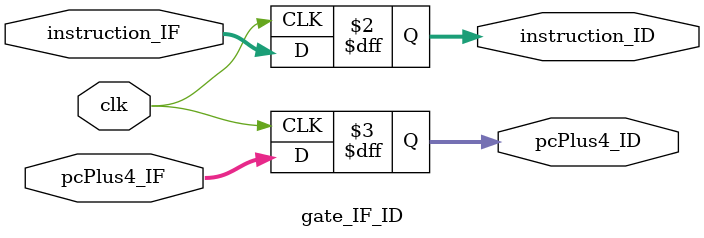
<source format=v>
module gate_IF_ID (
  output reg [31:0] instruction_ID,
  output reg [31:0] pcPlus4_ID,
  input        clk,
  input [31:0] instruction_IF,
  input [31:0] pcPlus4_IF
);
  always @ ( posedge clk ) begin
    instruction_ID <= instruction_IF;
    pcPlus4_ID     <= pcPlus4_IF;
  end
endmodule

</source>
